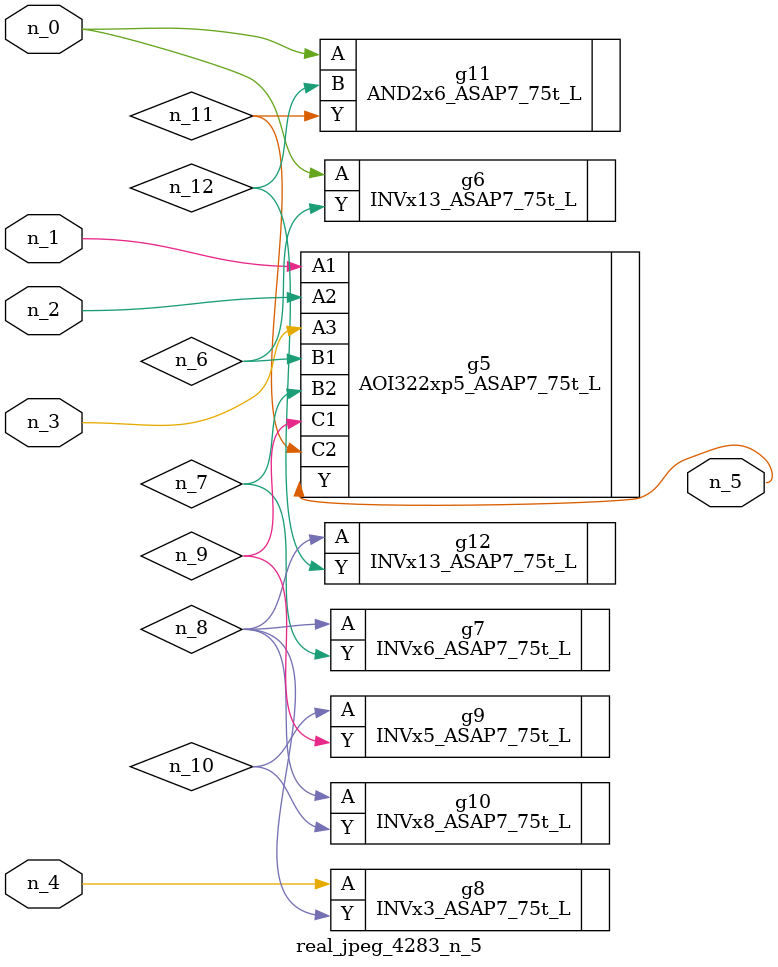
<source format=v>
module real_jpeg_4283_n_5 (n_4, n_0, n_1, n_2, n_3, n_5);

input n_4;
input n_0;
input n_1;
input n_2;
input n_3;

output n_5;

wire n_12;
wire n_8;
wire n_11;
wire n_6;
wire n_7;
wire n_10;
wire n_9;

INVx13_ASAP7_75t_L g6 ( 
.A(n_0),
.Y(n_6)
);

AND2x6_ASAP7_75t_L g11 ( 
.A(n_0),
.B(n_12),
.Y(n_11)
);

AOI322xp5_ASAP7_75t_L g5 ( 
.A1(n_1),
.A2(n_2),
.A3(n_3),
.B1(n_6),
.B2(n_7),
.C1(n_9),
.C2(n_11),
.Y(n_5)
);

INVx3_ASAP7_75t_L g8 ( 
.A(n_4),
.Y(n_8)
);

INVx6_ASAP7_75t_L g7 ( 
.A(n_8),
.Y(n_7)
);

INVx8_ASAP7_75t_L g10 ( 
.A(n_8),
.Y(n_10)
);

INVx13_ASAP7_75t_L g12 ( 
.A(n_8),
.Y(n_12)
);

INVx5_ASAP7_75t_L g9 ( 
.A(n_10),
.Y(n_9)
);


endmodule
</source>
